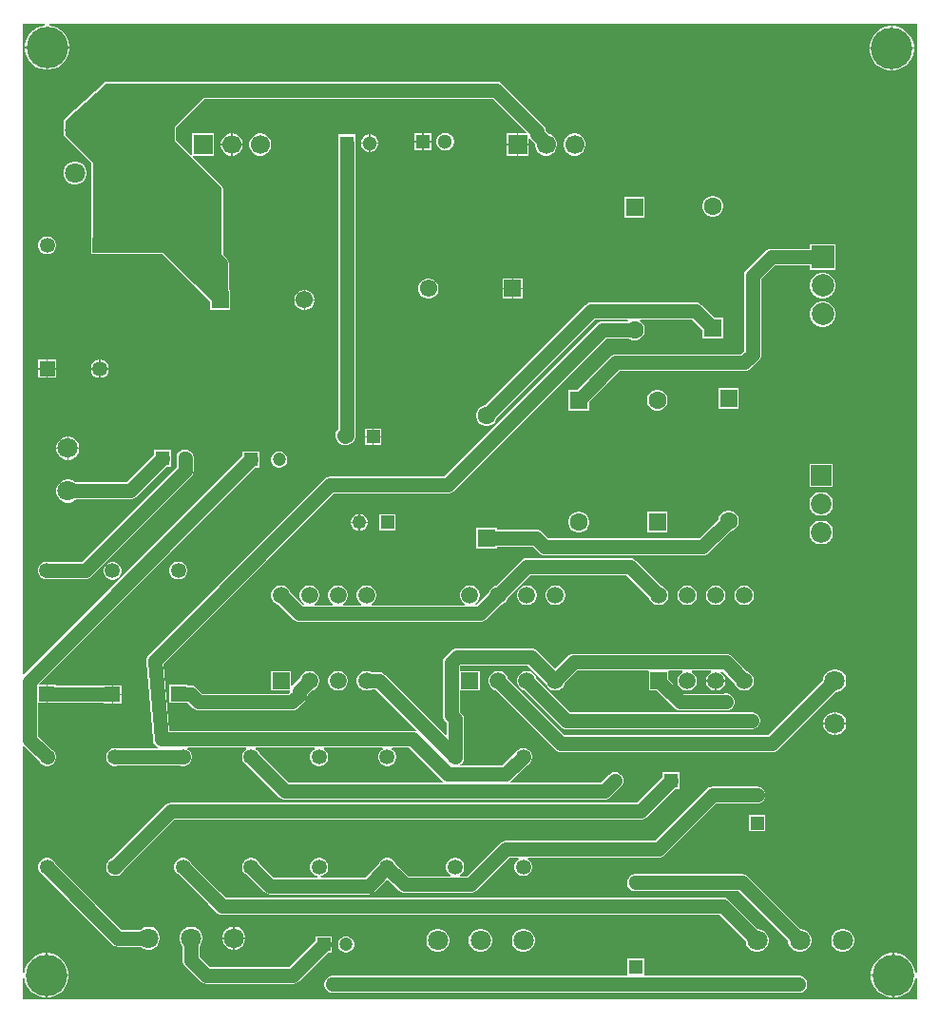
<source format=gbl>
G04*
G04 #@! TF.GenerationSoftware,Altium Limited,Altium Designer,23.4.1 (23)*
G04*
G04 Layer_Physical_Order=2*
G04 Layer_Color=16711680*
%FSLAX44Y44*%
%MOMM*%
G71*
G04*
G04 #@! TF.SameCoordinates,296E2F05-AFD3-44B7-80E4-9C800FA3EDDF*
G04*
G04*
G04 #@! TF.FilePolarity,Positive*
G04*
G01*
G75*
%ADD16C,1.2000*%
%ADD17R,1.2000X1.2000*%
%ADD18R,1.6000X1.6000*%
%ADD19C,1.6000*%
%ADD20R,1.2000X1.2000*%
%ADD22R,1.5500X1.5500*%
%ADD23C,1.5500*%
%ADD31C,1.3500*%
%ADD32R,1.3500X1.3500*%
%ADD33C,2.0000*%
%ADD34R,2.0000X2.0000*%
%ADD35C,1.8500*%
%ADD36R,1.8500X1.8500*%
%ADD37C,1.3000*%
%ADD38R,1.3000X1.3000*%
%ADD42C,1.2500*%
%ADD43C,3.7000*%
%ADD44C,1.8000*%
%ADD45C,1.7000*%
%ADD46R,1.7000X1.7000*%
%ADD47C,1.5000*%
%ADD48R,1.5000X1.5000*%
%ADD49R,1.3000X1.3000*%
%ADD50C,1.2500*%
%ADD51R,1.2500X1.2500*%
%ADD52C,1.2700*%
G36*
X802640Y28534D02*
X801370Y28409D01*
X800695Y31802D01*
X799205Y35400D01*
X797041Y38638D01*
X794288Y41391D01*
X791050Y43555D01*
X787452Y45045D01*
X783632Y45805D01*
X782320D01*
Y26035D01*
Y6265D01*
X783632D01*
X787452Y7025D01*
X791050Y8515D01*
X794288Y10679D01*
X797041Y13432D01*
X799205Y16670D01*
X800695Y20268D01*
X801370Y23661D01*
X802640Y23536D01*
Y4834D01*
X801467Y4348D01*
X801370Y4445D01*
X6350D01*
Y23535D01*
X7620Y23660D01*
X8295Y20268D01*
X9785Y16670D01*
X11949Y13432D01*
X14702Y10679D01*
X17940Y8515D01*
X21538Y7025D01*
X25358Y6265D01*
X26670D01*
Y26035D01*
Y45805D01*
X25358D01*
X21538Y45045D01*
X17940Y43555D01*
X14702Y41391D01*
X11949Y38638D01*
X9785Y35400D01*
X8295Y31802D01*
X7620Y28410D01*
X6350Y28535D01*
Y229517D01*
X7620Y230044D01*
X20682Y216982D01*
X21522Y215526D01*
X23016Y214032D01*
X24844Y212977D01*
X26884Y212430D01*
X28996D01*
X31036Y212977D01*
X32864Y214032D01*
X34358Y215526D01*
X35413Y217355D01*
X35960Y219394D01*
Y221506D01*
X35413Y223546D01*
X34358Y225375D01*
X32864Y226868D01*
X31409Y227708D01*
X19777Y239340D01*
Y267206D01*
X19840Y268450D01*
X21047Y268450D01*
X27225D01*
Y276470D01*
Y284490D01*
X21423D01*
X20896Y285760D01*
X213007Y477870D01*
X216820D01*
Y483041D01*
X216877Y483177D01*
X217135Y485140D01*
X216877Y487103D01*
X216820Y487239D01*
Y492410D01*
X211649D01*
X211513Y492467D01*
X209550Y492725D01*
X207587Y492467D01*
X207451Y492410D01*
X202280D01*
Y488597D01*
X7620Y293937D01*
X6350Y294463D01*
Y873125D01*
X25441D01*
X25566Y871855D01*
X22173Y871180D01*
X18575Y869690D01*
X15337Y867526D01*
X12584Y864773D01*
X10420Y861535D01*
X8930Y857937D01*
X8170Y854117D01*
Y852805D01*
X47710D01*
Y854117D01*
X46950Y857937D01*
X45460Y861535D01*
X43296Y864773D01*
X40543Y867526D01*
X37305Y869690D01*
X33707Y871180D01*
X30314Y871855D01*
X30439Y873125D01*
X802640D01*
Y28534D01*
D02*
G37*
%LPC*%
G36*
X782362Y871305D02*
X781050D01*
Y852170D01*
X800185D01*
Y853482D01*
X799425Y857302D01*
X797935Y860900D01*
X795771Y864138D01*
X793018Y866891D01*
X789780Y869055D01*
X786182Y870545D01*
X782362Y871305D01*
D02*
G37*
G36*
X779780D02*
X778468D01*
X774648Y870545D01*
X771050Y869055D01*
X767812Y866891D01*
X765059Y864138D01*
X762895Y860900D01*
X761405Y857302D01*
X760645Y853482D01*
Y852170D01*
X779780D01*
Y871305D01*
D02*
G37*
G36*
X47710Y851535D02*
X28575D01*
Y832400D01*
X29887D01*
X33707Y833160D01*
X37305Y834650D01*
X40543Y836814D01*
X43296Y839567D01*
X45460Y842805D01*
X46950Y846403D01*
X47710Y850223D01*
Y851535D01*
D02*
G37*
G36*
X27305D02*
X8170D01*
Y850223D01*
X8930Y846403D01*
X10420Y842805D01*
X12584Y839567D01*
X15337Y836814D01*
X18575Y834650D01*
X22173Y833160D01*
X25993Y832400D01*
X27305D01*
Y851535D01*
D02*
G37*
G36*
X800185Y850900D02*
X781050D01*
Y831765D01*
X782362D01*
X786182Y832525D01*
X789780Y834015D01*
X793018Y836179D01*
X795771Y838932D01*
X797935Y842170D01*
X799425Y845768D01*
X800185Y849588D01*
Y850900D01*
D02*
G37*
G36*
X779780D02*
X760645D01*
Y849588D01*
X761405Y845768D01*
X762895Y842170D01*
X765059Y838932D01*
X767812Y836179D01*
X771050Y834015D01*
X774648Y832525D01*
X778468Y831765D01*
X779780D01*
Y850900D01*
D02*
G37*
G36*
X370359Y776079D02*
X363224D01*
Y768944D01*
X370359D01*
Y776079D01*
D02*
G37*
G36*
X361954D02*
X354819D01*
Y768944D01*
X361954D01*
Y776079D01*
D02*
G37*
G36*
X316302Y774809D02*
X315914D01*
Y767674D01*
X323049D01*
Y768062D01*
X322519Y770038D01*
X321497Y771810D01*
X320050Y773257D01*
X318278Y774280D01*
X316302Y774809D01*
D02*
G37*
G36*
X314644D02*
X314256D01*
X312280Y774280D01*
X310508Y773257D01*
X309061Y771810D01*
X308038Y770038D01*
X307509Y768062D01*
Y767674D01*
X314644D01*
Y774809D01*
D02*
G37*
G36*
X446405Y775580D02*
X437270D01*
Y766445D01*
X446405D01*
Y775580D01*
D02*
G37*
G36*
X193695Y775539D02*
X193044D01*
Y766404D01*
X202179D01*
Y767056D01*
X201513Y769540D01*
X200227Y771768D01*
X198408Y773587D01*
X196180Y774873D01*
X193695Y775539D01*
D02*
G37*
G36*
X191774D02*
X191123D01*
X188638Y774873D01*
X186410Y773587D01*
X184591Y771768D01*
X183305Y769540D01*
X182639Y767056D01*
Y766404D01*
X191774D01*
Y775539D01*
D02*
G37*
G36*
X383612Y776079D02*
X381566D01*
X379590Y775550D01*
X377818Y774527D01*
X376371Y773080D01*
X375348Y771308D01*
X374819Y769332D01*
Y767286D01*
X375348Y765310D01*
X376371Y763538D01*
X377818Y762092D01*
X379590Y761069D01*
X381566Y760539D01*
X383612D01*
X385588Y761069D01*
X387360Y762092D01*
X388806Y763538D01*
X389829Y765310D01*
X390359Y767286D01*
Y769332D01*
X389829Y771308D01*
X388806Y773080D01*
X387360Y774527D01*
X385588Y775550D01*
X383612Y776079D01*
D02*
G37*
G36*
X370359Y767674D02*
X363224D01*
Y760539D01*
X370359D01*
Y767674D01*
D02*
G37*
G36*
X361954D02*
X354819D01*
Y760539D01*
X361954D01*
Y767674D01*
D02*
G37*
G36*
X323049Y766404D02*
X315914D01*
Y759269D01*
X316302D01*
X318278Y759799D01*
X320050Y760822D01*
X321497Y762268D01*
X322519Y764040D01*
X323049Y766016D01*
Y766404D01*
D02*
G37*
G36*
X314644D02*
X307509D01*
Y766016D01*
X308038Y764040D01*
X309061Y762268D01*
X310508Y760822D01*
X312280Y759799D01*
X314256Y759269D01*
X314644D01*
Y766404D01*
D02*
G37*
G36*
X499126Y775580D02*
X496554D01*
X494069Y774914D01*
X491841Y773628D01*
X490022Y771809D01*
X488736Y769581D01*
X488070Y767096D01*
Y764524D01*
X488736Y762039D01*
X490022Y759811D01*
X491841Y757992D01*
X494069Y756706D01*
X496554Y756040D01*
X499126D01*
X501611Y756706D01*
X503839Y757992D01*
X505658Y759811D01*
X506944Y762039D01*
X507610Y764524D01*
Y767096D01*
X506944Y769581D01*
X505658Y771809D01*
X503839Y773628D01*
X501611Y774914D01*
X499126Y775580D01*
D02*
G37*
G36*
X180457Y821754D02*
X180457Y821754D01*
X80649D01*
X80192Y821565D01*
X79726Y821398D01*
X43278Y788378D01*
X43262Y788345D01*
X43229Y788331D01*
X43039Y787874D01*
X42828Y787427D01*
X42840Y787393D01*
X42826Y787359D01*
Y781167D01*
X42490Y779912D01*
Y777208D01*
X42826Y775952D01*
Y774210D01*
X43229Y773238D01*
X67345Y749121D01*
Y684050D01*
X66910D01*
Y668010D01*
X82950D01*
Y668445D01*
X130418D01*
X173190Y625673D01*
Y618360D01*
X191230D01*
Y636400D01*
X189795D01*
Y659800D01*
X189795Y659800D01*
X189536Y661763D01*
X188779Y663593D01*
X187573Y665163D01*
X184894Y667843D01*
Y726921D01*
X184491Y727893D01*
X184491Y727893D01*
X157655Y754729D01*
X158181Y755999D01*
X176779D01*
Y775539D01*
X157239D01*
Y756941D01*
X155969Y756415D01*
X142984Y769401D01*
Y780962D01*
X168507Y806485D01*
X425069D01*
X454801Y776753D01*
X454315Y775580D01*
X447675D01*
Y766445D01*
X456810D01*
Y770499D01*
X458080Y770930D01*
X458967Y769774D01*
X462670Y766071D01*
Y764524D01*
X463336Y762039D01*
X464622Y759811D01*
X466441Y757992D01*
X468669Y756706D01*
X471154Y756040D01*
X473726D01*
X476211Y756706D01*
X478439Y757992D01*
X480258Y759811D01*
X481544Y762039D01*
X482210Y764524D01*
Y767096D01*
X481544Y769581D01*
X480258Y771809D01*
X478439Y773628D01*
X476211Y774914D01*
X474939Y775255D01*
X471865Y778329D01*
X471656Y779914D01*
X470899Y781743D01*
X469693Y783314D01*
X433574Y819433D01*
X432003Y820639D01*
X430174Y821396D01*
X428211Y821655D01*
X180696D01*
X180457Y821754D01*
D02*
G37*
G36*
X456810Y765175D02*
X447675D01*
Y756040D01*
X456810D01*
Y765175D01*
D02*
G37*
G36*
X446405D02*
X437270D01*
Y756040D01*
X446405D01*
Y765175D01*
D02*
G37*
G36*
X219095Y775539D02*
X216523D01*
X214038Y774873D01*
X211810Y773587D01*
X209991Y771768D01*
X208705Y769540D01*
X208039Y767056D01*
Y764483D01*
X208705Y761998D01*
X209991Y759770D01*
X211810Y757951D01*
X214038Y756665D01*
X216523Y755999D01*
X219095D01*
X221580Y756665D01*
X223808Y757951D01*
X225627Y759770D01*
X226913Y761998D01*
X227579Y764483D01*
Y767056D01*
X226913Y769540D01*
X225627Y771768D01*
X223808Y773587D01*
X221580Y774873D01*
X219095Y775539D01*
D02*
G37*
G36*
X202179Y765134D02*
X193044D01*
Y755999D01*
X193695D01*
X196180Y756665D01*
X198408Y757951D01*
X200227Y759770D01*
X201513Y761998D01*
X202179Y764483D01*
Y765134D01*
D02*
G37*
G36*
X191774D02*
X182639D01*
Y764483D01*
X183305Y761998D01*
X184591Y759770D01*
X186410Y757951D01*
X188638Y756665D01*
X191123Y755999D01*
X191774D01*
Y765134D01*
D02*
G37*
G36*
X54112Y750730D02*
X51408D01*
X48796Y750030D01*
X46454Y748678D01*
X44542Y746766D01*
X43190Y744424D01*
X42490Y741812D01*
Y739108D01*
X43190Y736496D01*
X44542Y734154D01*
X46454Y732242D01*
X48796Y730890D01*
X51408Y730190D01*
X54112D01*
X56724Y730890D01*
X59066Y732242D01*
X60978Y734154D01*
X62330Y736496D01*
X63030Y739108D01*
Y741812D01*
X62330Y744424D01*
X60978Y746766D01*
X59066Y748678D01*
X56724Y750030D01*
X54112Y750730D01*
D02*
G37*
G36*
X622250Y720240D02*
X619810D01*
X617452Y719608D01*
X615338Y718388D01*
X613612Y716662D01*
X612392Y714548D01*
X611760Y712190D01*
Y709750D01*
X612392Y707392D01*
X613612Y705278D01*
X615338Y703552D01*
X617452Y702332D01*
X619810Y701700D01*
X622250D01*
X624608Y702332D01*
X626722Y703552D01*
X628448Y705278D01*
X629668Y707392D01*
X630300Y709750D01*
Y712190D01*
X629668Y714548D01*
X628448Y716662D01*
X626722Y718388D01*
X624608Y719608D01*
X622250Y720240D01*
D02*
G37*
G36*
X560450Y718970D02*
X541910D01*
Y700430D01*
X560450D01*
Y718970D01*
D02*
G37*
G36*
X28996Y684050D02*
X26884D01*
X24844Y683504D01*
X23016Y682448D01*
X21522Y680955D01*
X20466Y679126D01*
X19920Y677086D01*
Y674974D01*
X20466Y672934D01*
X21522Y671106D01*
X23016Y669613D01*
X24844Y668557D01*
X26884Y668010D01*
X28996D01*
X31036Y668557D01*
X32864Y669613D01*
X34358Y671106D01*
X35413Y672934D01*
X35960Y674974D01*
Y677086D01*
X35413Y679126D01*
X34358Y680955D01*
X32864Y682448D01*
X31036Y683504D01*
X28996Y684050D01*
D02*
G37*
G36*
X730090Y676750D02*
X707550D01*
Y673065D01*
X673100D01*
X671137Y672806D01*
X669308Y672049D01*
X667737Y670843D01*
X651227Y654333D01*
X650021Y652762D01*
X649264Y650933D01*
X649005Y648970D01*
Y581964D01*
X646126Y579085D01*
X534900D01*
X532937Y578826D01*
X531108Y578069D01*
X529537Y576863D01*
X500193Y547520D01*
X492380D01*
Y528980D01*
X510920D01*
Y536793D01*
X538042Y563915D01*
X649268D01*
X651231Y564174D01*
X653060Y564931D01*
X654631Y566137D01*
X661953Y573459D01*
X663159Y575030D01*
X663916Y576859D01*
X664175Y578822D01*
Y645828D01*
X676242Y657895D01*
X707550D01*
Y654210D01*
X730090D01*
Y676750D01*
D02*
G37*
G36*
X451650Y646560D02*
X443265D01*
Y638175D01*
X451650D01*
Y646560D01*
D02*
G37*
G36*
X441995D02*
X433610D01*
Y638175D01*
X441995D01*
Y646560D01*
D02*
G37*
G36*
X720304Y651350D02*
X717336D01*
X714470Y650582D01*
X711900Y649098D01*
X709802Y647000D01*
X708318Y644430D01*
X707550Y641564D01*
Y638596D01*
X708318Y635730D01*
X709802Y633160D01*
X711900Y631062D01*
X714470Y629578D01*
X717336Y628810D01*
X720304D01*
X723170Y629578D01*
X725740Y631062D01*
X727838Y633160D01*
X729322Y635730D01*
X730090Y638596D01*
Y641564D01*
X729322Y644430D01*
X727838Y647000D01*
X725740Y649098D01*
X723170Y650582D01*
X720304Y651350D01*
D02*
G37*
G36*
X451650Y636905D02*
X443265D01*
Y628520D01*
X451650D01*
Y636905D01*
D02*
G37*
G36*
X441995D02*
X433610D01*
Y628520D01*
X441995D01*
Y636905D01*
D02*
G37*
G36*
X368817Y646560D02*
X366442D01*
X364148Y645945D01*
X362092Y644758D01*
X360412Y643078D01*
X359225Y641022D01*
X358610Y638727D01*
Y636353D01*
X359225Y634058D01*
X360412Y632002D01*
X362092Y630322D01*
X364148Y629135D01*
X366442Y628520D01*
X368817D01*
X371111Y629135D01*
X373168Y630322D01*
X374848Y632002D01*
X376035Y634058D01*
X376650Y636353D01*
Y638727D01*
X376035Y641022D01*
X374848Y643078D01*
X373168Y644758D01*
X371111Y645945D01*
X368817Y646560D01*
D02*
G37*
G36*
X258398Y636400D02*
X257845D01*
Y628015D01*
X266230D01*
Y628568D01*
X265615Y630862D01*
X264428Y632918D01*
X262748Y634598D01*
X260692Y635785D01*
X258398Y636400D01*
D02*
G37*
G36*
X256575D02*
X256023D01*
X253729Y635785D01*
X251672Y634598D01*
X249992Y632918D01*
X248805Y630862D01*
X248190Y628568D01*
Y628015D01*
X256575D01*
Y636400D01*
D02*
G37*
G36*
X266230Y626745D02*
X257845D01*
Y618360D01*
X258398D01*
X260692Y618975D01*
X262748Y620162D01*
X264428Y621842D01*
X265615Y623898D01*
X266230Y626193D01*
Y626745D01*
D02*
G37*
G36*
X256575D02*
X248190D01*
Y626193D01*
X248805Y623898D01*
X249992Y621842D01*
X251672Y620162D01*
X253729Y618975D01*
X256023Y618360D01*
X256575D01*
Y626745D01*
D02*
G37*
G36*
X720304Y625950D02*
X717336D01*
X714470Y625182D01*
X711900Y623698D01*
X709802Y621600D01*
X708318Y619030D01*
X707550Y616164D01*
Y613196D01*
X708318Y610330D01*
X709802Y607760D01*
X711900Y605662D01*
X714470Y604178D01*
X717336Y603410D01*
X720304D01*
X723170Y604178D01*
X725740Y605662D01*
X727838Y607760D01*
X729322Y610330D01*
X730090Y613196D01*
Y616164D01*
X729322Y619030D01*
X727838Y621600D01*
X725740Y623698D01*
X723170Y625182D01*
X720304Y625950D01*
D02*
G37*
G36*
X605510Y625315D02*
X512804D01*
X510841Y625057D01*
X509012Y624299D01*
X507441Y623093D01*
X417811Y533463D01*
X415776Y532918D01*
X413662Y531698D01*
X411936Y529972D01*
X410716Y527858D01*
X410084Y525500D01*
Y523060D01*
X410716Y520702D01*
X411936Y518588D01*
X413662Y516862D01*
X415776Y515642D01*
X418134Y515010D01*
X420574D01*
X422932Y515642D01*
X425046Y516862D01*
X426772Y518588D01*
X427992Y520702D01*
X428537Y522737D01*
X515946Y610145D01*
X544935D01*
X545494Y608875D01*
X545174Y608525D01*
X523216D01*
X523216Y608525D01*
X521253Y608267D01*
X519424Y607509D01*
X517853Y606303D01*
X517853Y606303D01*
X381668Y470119D01*
X280162D01*
X280162Y470119D01*
X278199Y469860D01*
X276370Y469103D01*
X274799Y467897D01*
X274799Y467897D01*
X118335Y311433D01*
X118141Y311181D01*
X117906Y310968D01*
X117541Y310399D01*
X117129Y309862D01*
X117008Y309569D01*
X116836Y309302D01*
X116630Y308658D01*
X116371Y308033D01*
X116330Y307718D01*
X116233Y307416D01*
X116201Y306740D01*
X116113Y306070D01*
X116155Y305755D01*
X116139Y305438D01*
X121981Y235588D01*
X122125Y234927D01*
X122213Y234257D01*
X122335Y233963D01*
X122403Y233653D01*
X122712Y233052D01*
X122971Y232428D01*
X123165Y232176D01*
X123310Y231893D01*
X123765Y231393D01*
X124177Y230857D01*
X124429Y230663D01*
X124642Y230428D01*
X125211Y230063D01*
X125748Y229651D01*
X126041Y229530D01*
X126308Y229358D01*
X126474Y229305D01*
X126276Y228035D01*
X91217D01*
X89593Y228470D01*
X87481D01*
X85442Y227924D01*
X83613Y226868D01*
X82120Y225375D01*
X81064Y223546D01*
X80517Y221506D01*
Y219394D01*
X81064Y217355D01*
X82120Y215526D01*
X83613Y214032D01*
X85442Y212977D01*
X87481Y212430D01*
X89593D01*
X91217Y212865D01*
X146454D01*
X148078Y212430D01*
X150190D01*
X152230Y212977D01*
X154059Y214032D01*
X155552Y215526D01*
X156608Y217355D01*
X157154Y219394D01*
Y221506D01*
X156608Y223546D01*
X155552Y225375D01*
X154059Y226868D01*
X153197Y227365D01*
X153537Y228635D01*
X205328D01*
X205668Y227365D01*
X204807Y226868D01*
X203314Y225375D01*
X202258Y223546D01*
X201711Y221506D01*
Y219394D01*
X202258Y217355D01*
X203314Y215526D01*
X204807Y214032D01*
X206263Y213192D01*
X234949Y184506D01*
X236520Y183301D01*
X238349Y182543D01*
X240312Y182285D01*
X240312Y182285D01*
X524279D01*
X526242Y182543D01*
X528072Y183301D01*
X529643Y184506D01*
X539163Y194027D01*
X540368Y195598D01*
X541126Y197427D01*
X541385Y199390D01*
X541126Y201353D01*
X540368Y203182D01*
X539163Y204753D01*
X537592Y205959D01*
X535763Y206716D01*
X533800Y206975D01*
X531837Y206716D01*
X530007Y205959D01*
X528437Y204753D01*
X521138Y197454D01*
X441303D01*
X440872Y198724D01*
X441943Y199547D01*
X455588Y213192D01*
X457044Y214032D01*
X458538Y215526D01*
X459594Y217355D01*
X460140Y219394D01*
Y221506D01*
X459594Y223546D01*
X458538Y225375D01*
X457044Y226868D01*
X455216Y227924D01*
X453176Y228470D01*
X451064D01*
X449024Y227924D01*
X447196Y226868D01*
X445702Y225375D01*
X444862Y223919D01*
X433438Y212495D01*
X396324D01*
X395983Y213765D01*
X396447Y214032D01*
X397940Y215526D01*
X398996Y217355D01*
X399543Y219394D01*
Y221506D01*
X399108Y223130D01*
Y254000D01*
X399108Y254000D01*
X398849Y255963D01*
X398091Y257792D01*
X396886Y259363D01*
X395697Y260553D01*
Y278262D01*
X395725Y279520D01*
X396967Y279520D01*
X413265D01*
Y297060D01*
X395725Y297060D01*
X395697Y298318D01*
Y301404D01*
X396334Y302041D01*
X456217D01*
X472219Y286040D01*
X472523Y284905D01*
X473677Y282905D01*
X475310Y281272D01*
X477310Y280118D01*
X479540Y279520D01*
X481850D01*
X484080Y280118D01*
X486080Y281272D01*
X487713Y282905D01*
X488867Y284905D01*
X489171Y286040D01*
X500347Y297215D01*
X562794D01*
X564000Y297060D01*
X564000Y295945D01*
Y279520D01*
X570813D01*
X586457Y263877D01*
X588028Y262671D01*
X589857Y261914D01*
X591820Y261655D01*
X631326D01*
X631457Y261620D01*
X633463D01*
X635401Y262139D01*
X637139Y263143D01*
X638558Y264561D01*
X639561Y266299D01*
X640080Y268237D01*
Y270243D01*
X639561Y272181D01*
X638558Y273919D01*
X637139Y275338D01*
X635401Y276341D01*
X633463Y276860D01*
X631457D01*
X631326Y276825D01*
X594962D01*
X581540Y290247D01*
X581540Y297060D01*
X582746Y297215D01*
X593549D01*
X593889Y295945D01*
X592785Y295308D01*
X591152Y293675D01*
X589998Y291675D01*
X589400Y289445D01*
Y287135D01*
X589998Y284905D01*
X591152Y282905D01*
X592785Y281272D01*
X594785Y280118D01*
X597015Y279520D01*
X599325D01*
X601555Y280118D01*
X603555Y281272D01*
X605188Y282905D01*
X606342Y284905D01*
X606940Y287135D01*
Y289445D01*
X606342Y291675D01*
X605188Y293675D01*
X603555Y295308D01*
X602451Y295945D01*
X602791Y297215D01*
X618949D01*
X619289Y295945D01*
X618185Y295308D01*
X616552Y293675D01*
X615398Y291675D01*
X614800Y289445D01*
Y288925D01*
X623570D01*
X632340D01*
Y289445D01*
X631742Y291675D01*
X630588Y293675D01*
X628955Y295308D01*
X628120Y295790D01*
X628481Y297046D01*
X629383Y297150D01*
X640494Y286040D01*
X640798Y284905D01*
X641952Y282905D01*
X643585Y281272D01*
X645585Y280118D01*
X647815Y279520D01*
X650125D01*
X652355Y280118D01*
X654355Y281272D01*
X655988Y282905D01*
X657142Y284905D01*
X657740Y287135D01*
Y289445D01*
X657142Y291675D01*
X655988Y293675D01*
X654355Y295308D01*
X652355Y296462D01*
X651220Y296766D01*
X637823Y310163D01*
X636252Y311369D01*
X634423Y312127D01*
X632460Y312385D01*
X497205D01*
X495242Y312127D01*
X493413Y311369D01*
X491842Y310163D01*
X480695Y299017D01*
X464722Y314989D01*
X463151Y316195D01*
X461322Y316952D01*
X459359Y317211D01*
X393192D01*
X391229Y316952D01*
X389400Y316195D01*
X387829Y314989D01*
X382749Y309909D01*
X381543Y308338D01*
X380785Y306509D01*
X380527Y304546D01*
Y257411D01*
X380785Y255448D01*
X381543Y253618D01*
X382749Y252047D01*
X383938Y250858D01*
Y240421D01*
X382765Y239935D01*
X329046Y293653D01*
X327475Y294859D01*
X325646Y295616D01*
X323683Y295875D01*
X316822D01*
X315805Y296462D01*
X313575Y297060D01*
X311265D01*
X309035Y296462D01*
X307035Y295308D01*
X305402Y293675D01*
X304248Y291675D01*
X303650Y289445D01*
Y287135D01*
X304248Y284905D01*
X305402Y282905D01*
X307035Y281272D01*
X309035Y280118D01*
X311265Y279520D01*
X313575D01*
X315805Y280118D01*
X316822Y280705D01*
X320541D01*
X357194Y244052D01*
X356475Y242975D01*
X355096Y243547D01*
X353133Y243805D01*
X136517D01*
X131550Y303195D01*
X283304Y454949D01*
X384810D01*
X386773Y455207D01*
X388602Y455965D01*
X390173Y457171D01*
X526358Y593355D01*
X545777D01*
X547602Y592302D01*
X549960Y591670D01*
X552400D01*
X554758Y592302D01*
X556872Y593522D01*
X558598Y595248D01*
X559818Y597362D01*
X560450Y599720D01*
Y602160D01*
X559818Y604518D01*
X558598Y606632D01*
X556872Y608358D01*
X555976Y608875D01*
X556316Y610145D01*
X602368D01*
X611760Y600753D01*
Y592940D01*
X630300D01*
Y611480D01*
X622487D01*
X610873Y623093D01*
X609302Y624299D01*
X607473Y625057D01*
X605510Y625315D01*
D02*
G37*
G36*
X35960Y574050D02*
X28575D01*
Y566665D01*
X35960D01*
Y574050D01*
D02*
G37*
G36*
X75986D02*
X75565D01*
Y566665D01*
X82950D01*
Y567086D01*
X82403Y569126D01*
X81348Y570954D01*
X79854Y572448D01*
X78026Y573503D01*
X75986Y574050D01*
D02*
G37*
G36*
X74295D02*
X73874D01*
X71834Y573503D01*
X70006Y572448D01*
X68512Y570954D01*
X67456Y569126D01*
X66910Y567086D01*
Y566665D01*
X74295D01*
Y574050D01*
D02*
G37*
G36*
X27305D02*
X19920D01*
Y566665D01*
X27305D01*
Y574050D01*
D02*
G37*
G36*
X82950Y565395D02*
X75565D01*
Y558010D01*
X75986D01*
X78026Y558556D01*
X79854Y559612D01*
X81348Y561105D01*
X82403Y562934D01*
X82950Y564974D01*
Y565395D01*
D02*
G37*
G36*
X74295D02*
X66910D01*
Y564974D01*
X67456Y562934D01*
X68512Y561105D01*
X70006Y559612D01*
X71834Y558556D01*
X73874Y558010D01*
X74295D01*
Y565395D01*
D02*
G37*
G36*
X35960D02*
X28575D01*
Y558010D01*
X35960D01*
Y565395D01*
D02*
G37*
G36*
X27305D02*
X19920D01*
Y558010D01*
X27305D01*
Y565395D01*
D02*
G37*
G36*
X644270Y548790D02*
X625730D01*
Y530250D01*
X644270D01*
Y548790D01*
D02*
G37*
G36*
X572720Y547520D02*
X570280D01*
X567922Y546888D01*
X565808Y545668D01*
X564082Y543942D01*
X562862Y541828D01*
X562230Y539470D01*
Y537029D01*
X562862Y534672D01*
X564082Y532558D01*
X565808Y530832D01*
X567922Y529612D01*
X570280Y528980D01*
X572720D01*
X575078Y529612D01*
X577192Y530832D01*
X578918Y532558D01*
X580138Y534672D01*
X580770Y537029D01*
Y539470D01*
X580138Y541828D01*
X578918Y543942D01*
X577192Y545668D01*
X575078Y546888D01*
X572720Y547520D01*
D02*
G37*
G36*
X325890Y512980D02*
X319005D01*
Y506095D01*
X325890D01*
Y512980D01*
D02*
G37*
G36*
X317735D02*
X310850D01*
Y506095D01*
X317735D01*
Y512980D01*
D02*
G37*
G36*
X325890Y504825D02*
X319005D01*
Y497940D01*
X325890D01*
Y504825D01*
D02*
G37*
G36*
X317735D02*
X310850D01*
Y497940D01*
X317735D01*
Y504825D01*
D02*
G37*
G36*
X303049Y774809D02*
X287509D01*
Y759269D01*
X287694D01*
Y512828D01*
X286737Y512093D01*
X285531Y510522D01*
X284774Y508693D01*
X284515Y506730D01*
X284774Y504767D01*
X285531Y502938D01*
X286737Y501367D01*
X288007Y500097D01*
X288401Y499794D01*
X288753Y499442D01*
X289183Y499194D01*
X289578Y498891D01*
X290037Y498701D01*
X290467Y498452D01*
X290947Y498324D01*
X291407Y498134D01*
X291900Y498069D01*
X292380Y497940D01*
X292877D01*
X293370Y497875D01*
X293863Y497940D01*
X294360D01*
X294840Y498069D01*
X295333Y498134D01*
X295793Y498324D01*
X296273Y498452D01*
X296703Y498701D01*
X297162Y498891D01*
X297557Y499194D01*
X297987Y499442D01*
X298339Y499794D01*
X298404Y499844D01*
X299071Y500121D01*
X300642Y501326D01*
X301848Y502897D01*
X302605Y504726D01*
X302864Y506689D01*
Y759269D01*
X303049D01*
Y774809D01*
D02*
G37*
G36*
X47762Y505620D02*
X47045D01*
Y495985D01*
X56680D01*
Y496702D01*
X55980Y499314D01*
X54628Y501656D01*
X52716Y503568D01*
X50374Y504920D01*
X47762Y505620D01*
D02*
G37*
G36*
X45775D02*
X45058D01*
X42446Y504920D01*
X40104Y503568D01*
X38192Y501656D01*
X36840Y499314D01*
X36140Y496702D01*
Y495985D01*
X45775D01*
Y505620D01*
D02*
G37*
G36*
X56680Y494715D02*
X47045D01*
Y485080D01*
X47762D01*
X50374Y485780D01*
X52716Y487132D01*
X54628Y489044D01*
X55980Y491386D01*
X56680Y493998D01*
Y494715D01*
D02*
G37*
G36*
X45775D02*
X36140D01*
Y493998D01*
X36840Y491386D01*
X38192Y489044D01*
X40104Y487132D01*
X42446Y485780D01*
X45058Y485080D01*
X45775D01*
Y494715D01*
D02*
G37*
G36*
X235507Y492410D02*
X233593D01*
X231744Y491915D01*
X230086Y490957D01*
X228733Y489604D01*
X227776Y487946D01*
X227280Y486097D01*
Y484183D01*
X227776Y482334D01*
X228733Y480676D01*
X230086Y479323D01*
X231744Y478365D01*
X233593Y477870D01*
X235507D01*
X237356Y478365D01*
X239014Y479323D01*
X240368Y480676D01*
X241325Y482334D01*
X241820Y484183D01*
Y486097D01*
X241325Y487946D01*
X240368Y489604D01*
X239014Y490957D01*
X237356Y491915D01*
X235507Y492410D01*
D02*
G37*
G36*
X138740Y494180D02*
X123200D01*
Y489367D01*
X98668Y464835D01*
X53349D01*
X52716Y465468D01*
X50374Y466820D01*
X47762Y467520D01*
X45058D01*
X42446Y466820D01*
X40104Y465468D01*
X38192Y463556D01*
X36840Y461214D01*
X36140Y458602D01*
Y455898D01*
X36840Y453286D01*
X38192Y450944D01*
X40104Y449032D01*
X42446Y447680D01*
X45058Y446980D01*
X47762D01*
X50374Y447680D01*
X52716Y449032D01*
X53349Y449665D01*
X101810D01*
X103773Y449923D01*
X105602Y450681D01*
X107173Y451886D01*
X133927Y478640D01*
X138740D01*
Y494180D01*
D02*
G37*
G36*
X728070Y481690D02*
X707030D01*
Y460650D01*
X728070D01*
Y481690D01*
D02*
G37*
G36*
X718935Y456290D02*
X716165D01*
X713489Y455573D01*
X711091Y454188D01*
X709132Y452229D01*
X707747Y449831D01*
X707030Y447155D01*
Y444385D01*
X707747Y441709D01*
X709132Y439311D01*
X711091Y437352D01*
X713489Y435967D01*
X716165Y435250D01*
X718935D01*
X721611Y435967D01*
X724009Y437352D01*
X725968Y439311D01*
X727353Y441709D01*
X728070Y444385D01*
Y447155D01*
X727353Y449831D01*
X725968Y452229D01*
X724009Y454188D01*
X721611Y455573D01*
X718935Y456290D01*
D02*
G37*
G36*
X307060Y436780D02*
X306705D01*
Y429895D01*
X313590D01*
Y430250D01*
X313078Y432163D01*
X312087Y433877D01*
X310687Y435277D01*
X308973Y436268D01*
X307060Y436780D01*
D02*
G37*
G36*
X305435D02*
X305080D01*
X303167Y436268D01*
X301453Y435277D01*
X300053Y433877D01*
X299062Y432163D01*
X298550Y430250D01*
Y429895D01*
X305435D01*
Y436780D01*
D02*
G37*
G36*
X338590D02*
X323550D01*
Y421740D01*
X338590D01*
Y436780D01*
D02*
G37*
G36*
X313590Y428625D02*
X306705D01*
Y421740D01*
X307060D01*
X308973Y422253D01*
X310687Y423242D01*
X312087Y424643D01*
X313078Y426357D01*
X313590Y428270D01*
Y428625D01*
D02*
G37*
G36*
X305435D02*
X298550D01*
Y428270D01*
X299062Y426357D01*
X300053Y424643D01*
X301453Y423242D01*
X303167Y422253D01*
X305080Y421740D01*
X305435D01*
Y428625D01*
D02*
G37*
G36*
X580770Y438760D02*
X562230D01*
Y420220D01*
X580770D01*
Y438760D01*
D02*
G37*
G36*
X502870D02*
X500430D01*
X498072Y438128D01*
X495958Y436908D01*
X494232Y435182D01*
X493012Y433068D01*
X492380Y430710D01*
Y428270D01*
X493012Y425912D01*
X494232Y423798D01*
X495958Y422072D01*
X498072Y420852D01*
X500430Y420220D01*
X502870D01*
X505228Y420852D01*
X507342Y422072D01*
X509068Y423798D01*
X510288Y425912D01*
X510920Y428270D01*
Y430710D01*
X510288Y433068D01*
X509068Y435182D01*
X507342Y436908D01*
X505228Y438128D01*
X502870Y438760D01*
D02*
G37*
G36*
X636220Y440030D02*
X633780D01*
X631422Y439398D01*
X629308Y438178D01*
X627582Y436452D01*
X626362Y434338D01*
X625816Y432303D01*
X608768Y415255D01*
X474312D01*
X468683Y420883D01*
X467112Y422089D01*
X465283Y422847D01*
X463320Y423105D01*
X428624D01*
Y424790D01*
X410084D01*
Y406250D01*
X428624D01*
Y407935D01*
X460178D01*
X465807Y402307D01*
X467378Y401101D01*
X469207Y400344D01*
X471170Y400085D01*
X611910D01*
X613873Y400344D01*
X615702Y401101D01*
X617273Y402307D01*
X636543Y421577D01*
X638578Y422122D01*
X640692Y423342D01*
X642418Y425068D01*
X643638Y427182D01*
X644270Y429540D01*
Y431981D01*
X643638Y434338D01*
X642418Y436452D01*
X640692Y438178D01*
X638578Y439398D01*
X636220Y440030D01*
D02*
G37*
G36*
X718935Y430890D02*
X716165D01*
X713489Y430173D01*
X711091Y428788D01*
X709132Y426829D01*
X707747Y424431D01*
X707030Y421755D01*
Y418985D01*
X707747Y416309D01*
X709132Y413911D01*
X711091Y411952D01*
X713489Y410567D01*
X716165Y409850D01*
X718935D01*
X721611Y410567D01*
X724009Y411952D01*
X725968Y413911D01*
X727353Y416309D01*
X728070Y418985D01*
Y421755D01*
X727353Y424431D01*
X725968Y426829D01*
X724009Y428788D01*
X721611Y430173D01*
X718935Y430890D01*
D02*
G37*
G36*
X151993Y494180D02*
X149947D01*
X147971Y493651D01*
X146199Y492627D01*
X144752Y491181D01*
X143729Y489409D01*
X143200Y487433D01*
Y485387D01*
X143385Y484696D01*
Y478724D01*
X58716Y394055D01*
X30540D01*
X28916Y394490D01*
X26804D01*
X24764Y393944D01*
X22935Y392888D01*
X21442Y391395D01*
X20386Y389566D01*
X19840Y387526D01*
Y385414D01*
X20386Y383374D01*
X21442Y381546D01*
X22935Y380052D01*
X24764Y378997D01*
X26804Y378450D01*
X28916D01*
X30540Y378885D01*
X61858D01*
X63821Y379144D01*
X65651Y379901D01*
X67221Y381107D01*
X156333Y470219D01*
X157539Y471790D01*
X158296Y473619D01*
X158555Y475582D01*
Y484696D01*
X158740Y485387D01*
Y487433D01*
X158210Y489409D01*
X157188Y491181D01*
X155741Y492627D01*
X153969Y493651D01*
X151993Y494180D01*
D02*
G37*
G36*
X145836Y394490D02*
X143724D01*
X141684Y393944D01*
X139856Y392888D01*
X138362Y391395D01*
X137306Y389566D01*
X136760Y387526D01*
Y385414D01*
X137306Y383374D01*
X138362Y381546D01*
X139856Y380052D01*
X141684Y378997D01*
X143724Y378450D01*
X145836D01*
X147876Y378997D01*
X149704Y380052D01*
X151198Y381546D01*
X152254Y383374D01*
X152800Y385414D01*
Y387526D01*
X152254Y389566D01*
X151198Y391395D01*
X149704Y392888D01*
X147876Y393944D01*
X145836Y394490D01*
D02*
G37*
G36*
X87376Y394100D02*
X85264D01*
X83224Y393554D01*
X81396Y392498D01*
X79902Y391004D01*
X78846Y389176D01*
X78300Y387136D01*
Y385024D01*
X78846Y382984D01*
X79902Y381156D01*
X81396Y379662D01*
X83224Y378606D01*
X85264Y378060D01*
X87376D01*
X89416Y378606D01*
X91244Y379662D01*
X92738Y381156D01*
X93793Y382984D01*
X94340Y385024D01*
Y387136D01*
X93793Y389176D01*
X92738Y391004D01*
X91244Y392498D01*
X89416Y393554D01*
X87376Y394100D01*
D02*
G37*
G36*
X650125Y373260D02*
X647815D01*
X645585Y372662D01*
X643585Y371508D01*
X641952Y369875D01*
X640798Y367875D01*
X640200Y365645D01*
Y363335D01*
X640798Y361105D01*
X641952Y359105D01*
X643585Y357472D01*
X645585Y356318D01*
X647815Y355720D01*
X650125D01*
X652355Y356318D01*
X654355Y357472D01*
X655988Y359105D01*
X657142Y361105D01*
X657740Y363335D01*
Y365645D01*
X657142Y367875D01*
X655988Y369875D01*
X654355Y371508D01*
X652355Y372662D01*
X650125Y373260D01*
D02*
G37*
G36*
X624725D02*
X622415D01*
X620185Y372662D01*
X618185Y371508D01*
X616552Y369875D01*
X615398Y367875D01*
X614800Y365645D01*
Y363335D01*
X615398Y361105D01*
X616552Y359105D01*
X618185Y357472D01*
X620185Y356318D01*
X622415Y355720D01*
X624725D01*
X626955Y356318D01*
X628955Y357472D01*
X630588Y359105D01*
X631742Y361105D01*
X632340Y363335D01*
Y365645D01*
X631742Y367875D01*
X630588Y369875D01*
X628955Y371508D01*
X626955Y372662D01*
X624725Y373260D01*
D02*
G37*
G36*
X599325D02*
X597015D01*
X594785Y372662D01*
X592785Y371508D01*
X591152Y369875D01*
X589998Y367875D01*
X589400Y365645D01*
Y363335D01*
X589998Y361105D01*
X591152Y359105D01*
X592785Y357472D01*
X594785Y356318D01*
X597015Y355720D01*
X599325D01*
X601555Y356318D01*
X603555Y357472D01*
X605188Y359105D01*
X606342Y361105D01*
X606940Y363335D01*
Y365645D01*
X606342Y367875D01*
X605188Y369875D01*
X603555Y371508D01*
X601555Y372662D01*
X599325Y373260D01*
D02*
G37*
G36*
X455295Y397475D02*
X453332Y397216D01*
X451503Y396459D01*
X449932Y395253D01*
X427645Y372966D01*
X426510Y372662D01*
X424510Y371508D01*
X422877Y369875D01*
X421723Y367875D01*
X421419Y366740D01*
X410308Y355630D01*
X409406Y355734D01*
X409045Y356990D01*
X409880Y357472D01*
X411513Y359105D01*
X412667Y361105D01*
X413265Y363335D01*
Y365645D01*
X412667Y367875D01*
X411513Y369875D01*
X409880Y371508D01*
X407880Y372662D01*
X405650Y373260D01*
X403340D01*
X401110Y372662D01*
X399110Y371508D01*
X397477Y369875D01*
X396323Y367875D01*
X395725Y365645D01*
Y363335D01*
X396323Y361105D01*
X397477Y359105D01*
X399110Y357472D01*
X400214Y356835D01*
X399874Y355565D01*
X317041D01*
X316701Y356835D01*
X317805Y357472D01*
X319438Y359105D01*
X320592Y361105D01*
X321190Y363335D01*
Y365645D01*
X320592Y367875D01*
X319438Y369875D01*
X317805Y371508D01*
X315805Y372662D01*
X313575Y373260D01*
X311265D01*
X309035Y372662D01*
X307035Y371508D01*
X305402Y369875D01*
X304248Y367875D01*
X303650Y365645D01*
Y363335D01*
X304248Y361105D01*
X305402Y359105D01*
X307035Y357472D01*
X308139Y356835D01*
X307799Y355565D01*
X291641D01*
X291301Y356835D01*
X292405Y357472D01*
X294038Y359105D01*
X295192Y361105D01*
X295790Y363335D01*
Y365645D01*
X295192Y367875D01*
X294038Y369875D01*
X292405Y371508D01*
X290405Y372662D01*
X288175Y373260D01*
X285865D01*
X283635Y372662D01*
X281635Y371508D01*
X280002Y369875D01*
X278848Y367875D01*
X278250Y365645D01*
Y363335D01*
X278848Y361105D01*
X280002Y359105D01*
X281635Y357472D01*
X282739Y356835D01*
X282399Y355565D01*
X266241D01*
X265901Y356835D01*
X267005Y357472D01*
X268638Y359105D01*
X269792Y361105D01*
X270390Y363335D01*
Y365645D01*
X269792Y367875D01*
X268638Y369875D01*
X267005Y371508D01*
X265005Y372662D01*
X262775Y373260D01*
X260465D01*
X258235Y372662D01*
X256235Y371508D01*
X254602Y369875D01*
X253448Y367875D01*
X252850Y365645D01*
Y363335D01*
X253448Y361105D01*
X254602Y359105D01*
X256235Y357472D01*
X257070Y356990D01*
X256709Y355734D01*
X255807Y355630D01*
X244696Y366740D01*
X244392Y367875D01*
X243238Y369875D01*
X241605Y371508D01*
X239605Y372662D01*
X237375Y373260D01*
X235065D01*
X232835Y372662D01*
X230835Y371508D01*
X229202Y369875D01*
X228048Y367875D01*
X227450Y365645D01*
Y363335D01*
X228048Y361105D01*
X229202Y359105D01*
X230835Y357472D01*
X232835Y356318D01*
X233970Y356014D01*
X247367Y342617D01*
X248938Y341411D01*
X250767Y340653D01*
X252730Y340395D01*
X413385D01*
X415348Y340653D01*
X417177Y341411D01*
X418748Y342617D01*
X432145Y356014D01*
X433280Y356318D01*
X435280Y357472D01*
X436913Y359105D01*
X438067Y361105D01*
X438371Y362240D01*
X458437Y382305D01*
X544228D01*
X564294Y362240D01*
X564598Y361105D01*
X565752Y359105D01*
X567385Y357472D01*
X569385Y356318D01*
X571615Y355720D01*
X573925D01*
X576155Y356318D01*
X578155Y357472D01*
X579788Y359105D01*
X580942Y361105D01*
X581540Y363335D01*
Y365645D01*
X580942Y367875D01*
X579788Y369875D01*
X578155Y371508D01*
X576155Y372662D01*
X575020Y372966D01*
X552733Y395253D01*
X551162Y396459D01*
X549333Y397216D01*
X547370Y397475D01*
X455295D01*
X455295Y397475D01*
D02*
G37*
G36*
X481850Y373260D02*
X479540D01*
X477310Y372662D01*
X475310Y371508D01*
X473677Y369875D01*
X472523Y367875D01*
X471925Y365645D01*
Y363335D01*
X472523Y361105D01*
X473677Y359105D01*
X475310Y357472D01*
X477310Y356318D01*
X479540Y355720D01*
X481850D01*
X484080Y356318D01*
X486080Y357472D01*
X487713Y359105D01*
X488867Y361105D01*
X489465Y363335D01*
Y365645D01*
X488867Y367875D01*
X487713Y369875D01*
X486080Y371508D01*
X484080Y372662D01*
X481850Y373260D01*
D02*
G37*
G36*
X456450D02*
X454140D01*
X451910Y372662D01*
X449910Y371508D01*
X448277Y369875D01*
X447123Y367875D01*
X446525Y365645D01*
Y363335D01*
X447123Y361105D01*
X448277Y359105D01*
X449910Y357472D01*
X451910Y356318D01*
X454140Y355720D01*
X456450D01*
X458680Y356318D01*
X460680Y357472D01*
X462313Y359105D01*
X463467Y361105D01*
X464065Y363335D01*
Y365645D01*
X463467Y367875D01*
X462313Y369875D01*
X460680Y371508D01*
X458680Y372662D01*
X456450Y373260D01*
D02*
G37*
G36*
X262775Y297060D02*
X260465D01*
X258235Y296462D01*
X256235Y295308D01*
X254602Y293675D01*
X253448Y291675D01*
X253144Y290540D01*
X247113Y284509D01*
X246260Y283398D01*
X244990Y283829D01*
Y297060D01*
X227450D01*
Y279520D01*
X243883D01*
X244409Y278250D01*
X242984Y276825D01*
X166328D01*
X161319Y281833D01*
X159748Y283039D01*
X157919Y283796D01*
X155956Y284055D01*
X152800D01*
Y284490D01*
X136760D01*
Y268450D01*
X152800D01*
X153830Y267869D01*
X157823Y263877D01*
X159393Y262671D01*
X161223Y261914D01*
X163186Y261655D01*
X246126D01*
X248089Y261914D01*
X249918Y262671D01*
X251489Y263877D01*
X257839Y270227D01*
X259045Y271798D01*
X259802Y273627D01*
X260061Y275590D01*
Y276004D01*
X263870Y279814D01*
X265005Y280118D01*
X267005Y281272D01*
X268638Y282905D01*
X269792Y284905D01*
X270390Y287135D01*
Y289445D01*
X269792Y291675D01*
X268638Y293675D01*
X267005Y295308D01*
X265005Y296462D01*
X262775Y297060D01*
D02*
G37*
G36*
X632340Y287655D02*
X624205D01*
Y279520D01*
X624725D01*
X626955Y280118D01*
X628955Y281272D01*
X630588Y282905D01*
X631742Y284905D01*
X632340Y287135D01*
Y287655D01*
D02*
G37*
G36*
X622935D02*
X614800D01*
Y287135D01*
X615398Y284905D01*
X616552Y282905D01*
X618185Y281272D01*
X620185Y280118D01*
X622415Y279520D01*
X622935D01*
Y287655D01*
D02*
G37*
G36*
X288175Y297060D02*
X285865D01*
X283635Y296462D01*
X281635Y295308D01*
X280002Y293675D01*
X278848Y291675D01*
X278250Y289445D01*
Y287135D01*
X278848Y284905D01*
X280002Y282905D01*
X281635Y281272D01*
X283635Y280118D01*
X285865Y279520D01*
X288175D01*
X290405Y280118D01*
X292405Y281272D01*
X294038Y282905D01*
X295192Y284905D01*
X295790Y287135D01*
Y289445D01*
X295192Y291675D01*
X294038Y293675D01*
X292405Y295308D01*
X290405Y296462D01*
X288175Y297060D01*
D02*
G37*
G36*
X94340Y284100D02*
X86955D01*
Y276715D01*
X94340D01*
Y284100D01*
D02*
G37*
G36*
Y275445D02*
X86955D01*
Y268060D01*
X94340D01*
Y275445D01*
D02*
G37*
G36*
X35880Y284490D02*
X28495D01*
Y276470D01*
Y268450D01*
X35880D01*
Y268885D01*
X72513D01*
X72831Y268753D01*
X74794Y268495D01*
X78300D01*
Y268060D01*
X85685D01*
Y276080D01*
Y284100D01*
X78300D01*
Y283665D01*
X76685D01*
X76367Y283796D01*
X74404Y284055D01*
X35880D01*
Y284490D01*
D02*
G37*
G36*
X731022Y260510D02*
X730305D01*
Y250875D01*
X739940D01*
Y251592D01*
X739240Y254204D01*
X737888Y256546D01*
X735976Y258458D01*
X733634Y259810D01*
X731022Y260510D01*
D02*
G37*
G36*
X729035D02*
X728318D01*
X725706Y259810D01*
X723364Y258458D01*
X721452Y256546D01*
X720100Y254204D01*
X719400Y251592D01*
Y250875D01*
X729035D01*
Y260510D01*
D02*
G37*
G36*
X456450Y297060D02*
X454140D01*
X451910Y296462D01*
X449910Y295308D01*
X448277Y293675D01*
X447123Y291675D01*
X446525Y289445D01*
Y287135D01*
X447123Y284905D01*
X448277Y282905D01*
X449910Y281272D01*
X451910Y280118D01*
X453045Y279814D01*
X485492Y247367D01*
X487063Y246161D01*
X488892Y245403D01*
X490855Y245145D01*
X654186D01*
X654317Y245110D01*
X656323D01*
X658261Y245629D01*
X659999Y246632D01*
X661417Y248051D01*
X662421Y249789D01*
X662940Y251727D01*
Y253733D01*
X662421Y255671D01*
X661417Y257409D01*
X659999Y258827D01*
X658261Y259831D01*
X656323Y260350D01*
X654317D01*
X654186Y260315D01*
X493997D01*
X463771Y290540D01*
X463467Y291675D01*
X462313Y293675D01*
X460680Y295308D01*
X458680Y296462D01*
X456450Y297060D01*
D02*
G37*
G36*
X731022Y298610D02*
X728318D01*
X725706Y297910D01*
X723364Y296558D01*
X721452Y294646D01*
X720100Y292304D01*
X719400Y289692D01*
Y288797D01*
X670598Y239995D01*
X488917D01*
X438371Y290540D01*
X438067Y291675D01*
X436913Y293675D01*
X435280Y295308D01*
X433280Y296462D01*
X431050Y297060D01*
X428740D01*
X426510Y296462D01*
X424510Y295308D01*
X422877Y293675D01*
X421723Y291675D01*
X421125Y289445D01*
Y287135D01*
X421723Y284905D01*
X422877Y282905D01*
X424510Y281272D01*
X426510Y280118D01*
X427645Y279814D01*
X480412Y227047D01*
X481983Y225841D01*
X483812Y225084D01*
X485775Y224825D01*
X673740D01*
X675703Y225084D01*
X677532Y225841D01*
X679103Y227047D01*
X730127Y278070D01*
X731022D01*
X733634Y278770D01*
X735976Y280122D01*
X737888Y282034D01*
X739240Y284376D01*
X739940Y286988D01*
Y289692D01*
X739240Y292304D01*
X737888Y294646D01*
X735976Y296558D01*
X733634Y297910D01*
X731022Y298610D01*
D02*
G37*
G36*
X739940Y249605D02*
X730305D01*
Y239970D01*
X731022D01*
X733634Y240670D01*
X735976Y242022D01*
X737888Y243934D01*
X739240Y246276D01*
X739940Y248888D01*
Y249605D01*
D02*
G37*
G36*
X729035D02*
X719400D01*
Y248888D01*
X720100Y246276D01*
X721452Y243934D01*
X723364Y242022D01*
X725706Y240670D01*
X728318Y239970D01*
X729035D01*
Y249605D01*
D02*
G37*
G36*
X667670Y168760D02*
X653130D01*
Y154220D01*
X667670D01*
Y168760D01*
D02*
G37*
G36*
X660400Y194075D02*
X620830D01*
X618867Y193816D01*
X617037Y193059D01*
X615466Y191853D01*
X569374Y145761D01*
X436626D01*
X434663Y145503D01*
X432834Y144745D01*
X431263Y143539D01*
X401988Y114265D01*
X395925D01*
X395585Y115535D01*
X396447Y116033D01*
X397940Y117526D01*
X398996Y119355D01*
X399543Y121395D01*
Y123506D01*
X398996Y125546D01*
X397940Y127375D01*
X396447Y128868D01*
X394618Y129924D01*
X392579Y130470D01*
X390467D01*
X388427Y129924D01*
X386598Y128868D01*
X385105Y127375D01*
X384049Y125546D01*
X383503Y123506D01*
Y121395D01*
X384049Y119355D01*
X385105Y117526D01*
X386598Y116033D01*
X387461Y115535D01*
X387120Y114265D01*
X349838D01*
X338184Y125918D01*
X337343Y127374D01*
X335850Y128868D01*
X334021Y129923D01*
X331982Y130470D01*
X329870D01*
X327830Y129923D01*
X326002Y128868D01*
X324508Y127374D01*
X323668Y125918D01*
X310998Y113249D01*
X271884D01*
X271717Y114519D01*
X273424Y114976D01*
X275253Y116032D01*
X276746Y117525D01*
X277802Y119354D01*
X278349Y121394D01*
Y123506D01*
X277802Y125545D01*
X276746Y127374D01*
X275253Y128868D01*
X273424Y129923D01*
X271385Y130470D01*
X269273D01*
X267233Y129923D01*
X265404Y128868D01*
X263911Y127374D01*
X262855Y125545D01*
X262309Y123506D01*
Y121394D01*
X262855Y119354D01*
X263911Y117525D01*
X265404Y116032D01*
X267233Y114976D01*
X268940Y114519D01*
X268773Y113249D01*
X229659D01*
X216989Y125918D01*
X216149Y127374D01*
X214656Y128868D01*
X212827Y129923D01*
X210787Y130470D01*
X208675D01*
X206636Y129923D01*
X204807Y128868D01*
X203314Y127374D01*
X202258Y125545D01*
X201711Y123506D01*
Y121394D01*
X202258Y119354D01*
X203314Y117525D01*
X204807Y116032D01*
X206263Y115192D01*
X221154Y100301D01*
X222725Y99095D01*
X224554Y98337D01*
X226517Y98079D01*
X314140D01*
X316103Y98337D01*
X317932Y99095D01*
X319503Y100301D01*
X330926Y111723D01*
X341332Y101317D01*
X342903Y100111D01*
X344733Y99354D01*
X346696Y99095D01*
X346696Y99095D01*
X405130D01*
X407093Y99354D01*
X408922Y100111D01*
X410493Y101317D01*
X439768Y130591D01*
X447641D01*
X447981Y129321D01*
X447196Y128868D01*
X445702Y127374D01*
X444646Y125545D01*
X444100Y123506D01*
Y121394D01*
X444646Y119354D01*
X445702Y117525D01*
X447196Y116032D01*
X449024Y114976D01*
X451064Y114430D01*
X453176D01*
X455216Y114976D01*
X457044Y116032D01*
X458538Y117525D01*
X459594Y119354D01*
X460140Y121394D01*
Y123506D01*
X459594Y125545D01*
X458538Y127374D01*
X457044Y128868D01*
X456259Y129321D01*
X456599Y130591D01*
X572516D01*
X574479Y130850D01*
X576308Y131607D01*
X577879Y132813D01*
X623972Y178905D01*
X660400D01*
X662363Y179163D01*
X664192Y179921D01*
X665763Y181126D01*
X666969Y182697D01*
X667727Y184527D01*
X667985Y186490D01*
X667727Y188453D01*
X666969Y190282D01*
X665763Y191853D01*
X664192Y193059D01*
X662363Y193816D01*
X660400Y194075D01*
D02*
G37*
G36*
X583800Y206975D02*
X581837Y206716D01*
X581700Y206660D01*
X576530D01*
Y202847D01*
X553226Y179543D01*
X138045D01*
X136082Y179284D01*
X134253Y178527D01*
X132682Y177321D01*
X85069Y129708D01*
X83613Y128868D01*
X82120Y127374D01*
X81064Y125545D01*
X80517Y123506D01*
Y121394D01*
X81064Y119354D01*
X82120Y117525D01*
X83613Y116032D01*
X85442Y114976D01*
X87481Y114430D01*
X89593D01*
X91633Y114976D01*
X93462Y116032D01*
X94955Y117525D01*
X95795Y118981D01*
X141187Y164373D01*
X556368D01*
X558331Y164632D01*
X560160Y165389D01*
X561731Y166595D01*
X587256Y192120D01*
X591070D01*
Y197291D01*
X591126Y197427D01*
X591385Y199390D01*
X591126Y201353D01*
X591070Y201489D01*
Y206660D01*
X585899D01*
X585763Y206716D01*
X583800Y206975D01*
D02*
G37*
G36*
X195762Y69270D02*
X195045D01*
Y59635D01*
X204680D01*
Y60352D01*
X203980Y62964D01*
X202628Y65306D01*
X200716Y67218D01*
X198374Y68570D01*
X195762Y69270D01*
D02*
G37*
G36*
X193775D02*
X193058D01*
X190446Y68570D01*
X188104Y67218D01*
X186192Y65306D01*
X184840Y62964D01*
X184140Y60352D01*
Y59635D01*
X193775D01*
Y69270D01*
D02*
G37*
G36*
X204680Y58365D02*
X195045D01*
Y48730D01*
X195762D01*
X198374Y49430D01*
X200716Y50782D01*
X202628Y52694D01*
X203980Y55036D01*
X204680Y57648D01*
Y58365D01*
D02*
G37*
G36*
X193775D02*
X184140D01*
Y57648D01*
X184840Y55036D01*
X186192Y52694D01*
X188104Y50782D01*
X190446Y49430D01*
X193058Y48730D01*
X193775D01*
Y58365D01*
D02*
G37*
G36*
X28996Y130470D02*
X26884D01*
X24844Y129923D01*
X23016Y128868D01*
X21522Y127374D01*
X20466Y125545D01*
X19920Y123506D01*
Y121394D01*
X20466Y119354D01*
X21522Y117525D01*
X23016Y116032D01*
X24471Y115192D01*
X86026Y53637D01*
X87597Y52431D01*
X89427Y51674D01*
X91390Y51415D01*
X111271D01*
X111904Y50782D01*
X114246Y49430D01*
X116858Y48730D01*
X119562D01*
X122174Y49430D01*
X124516Y50782D01*
X126428Y52694D01*
X127780Y55036D01*
X128480Y57648D01*
Y60352D01*
X127780Y62964D01*
X126428Y65306D01*
X124516Y67218D01*
X122174Y68570D01*
X119562Y69270D01*
X116858D01*
X114246Y68570D01*
X111904Y67218D01*
X111271Y66585D01*
X94531D01*
X35198Y125918D01*
X34358Y127374D01*
X32864Y128868D01*
X31036Y129923D01*
X28996Y130470D01*
D02*
G37*
G36*
X738052Y67420D02*
X735348D01*
X732736Y66720D01*
X730394Y65368D01*
X728482Y63456D01*
X727130Y61114D01*
X726430Y58502D01*
Y55798D01*
X727130Y53186D01*
X728482Y50844D01*
X730394Y48932D01*
X732736Y47580D01*
X735348Y46880D01*
X738052D01*
X740664Y47580D01*
X743006Y48932D01*
X744918Y50844D01*
X746270Y53186D01*
X746970Y55798D01*
Y58502D01*
X746270Y61114D01*
X744918Y63456D01*
X743006Y65368D01*
X740664Y66720D01*
X738052Y67420D01*
D02*
G37*
G36*
X553473Y116390D02*
X551427D01*
X549451Y115861D01*
X547679Y114838D01*
X546232Y113391D01*
X545210Y111619D01*
X544680Y109643D01*
Y107597D01*
X545210Y105621D01*
X546232Y103849D01*
X547679Y102402D01*
X549451Y101380D01*
X551427Y100850D01*
X553473D01*
X554164Y101035D01*
X643888D01*
X688230Y56693D01*
Y55798D01*
X688930Y53186D01*
X690282Y50844D01*
X692194Y48932D01*
X694536Y47580D01*
X697148Y46880D01*
X699852D01*
X702464Y47580D01*
X704806Y48932D01*
X706718Y50844D01*
X708070Y53186D01*
X708770Y55798D01*
Y58502D01*
X708070Y61114D01*
X706718Y63456D01*
X704806Y65368D01*
X702464Y66720D01*
X699852Y67420D01*
X698957D01*
X652393Y113983D01*
X650822Y115189D01*
X648993Y115947D01*
X647030Y116205D01*
X554164D01*
X553473Y116390D01*
D02*
G37*
G36*
X150190Y130470D02*
X148078D01*
X146039Y129923D01*
X144210Y128868D01*
X142717Y127374D01*
X141661Y125545D01*
X141114Y123506D01*
Y121394D01*
X141661Y119354D01*
X142717Y117525D01*
X144210Y116032D01*
X145666Y115192D01*
X171218Y89639D01*
X171257Y89589D01*
X178579Y82267D01*
X180150Y81061D01*
X181979Y80303D01*
X183942Y80045D01*
X626878D01*
X650230Y56693D01*
Y55798D01*
X650930Y53186D01*
X652282Y50844D01*
X654194Y48932D01*
X656536Y47580D01*
X659148Y46880D01*
X661852D01*
X664464Y47580D01*
X666806Y48932D01*
X668718Y50844D01*
X670070Y53186D01*
X670770Y55798D01*
Y58502D01*
X670070Y61114D01*
X668718Y63456D01*
X666806Y65368D01*
X664464Y66720D01*
X661852Y67420D01*
X660957D01*
X635383Y92993D01*
X633812Y94199D01*
X631983Y94957D01*
X630020Y95215D01*
X187084D01*
X182022Y100277D01*
X181983Y100327D01*
X156392Y125918D01*
X155552Y127374D01*
X154059Y128868D01*
X152230Y129923D01*
X150190Y130470D01*
D02*
G37*
G36*
X453572Y67420D02*
X450868D01*
X448256Y66720D01*
X445914Y65368D01*
X444002Y63456D01*
X442650Y61114D01*
X441950Y58502D01*
Y55798D01*
X442650Y53186D01*
X444002Y50844D01*
X445914Y48932D01*
X448256Y47580D01*
X450868Y46880D01*
X453572D01*
X456184Y47580D01*
X458526Y48932D01*
X460438Y50844D01*
X461790Y53186D01*
X462490Y55798D01*
Y58502D01*
X461790Y61114D01*
X460438Y63456D01*
X458526Y65368D01*
X456184Y66720D01*
X453572Y67420D01*
D02*
G37*
G36*
X415372D02*
X412668D01*
X410056Y66720D01*
X407714Y65368D01*
X405802Y63456D01*
X404450Y61114D01*
X403750Y58502D01*
Y55798D01*
X404450Y53186D01*
X405802Y50844D01*
X407714Y48932D01*
X410056Y47580D01*
X412668Y46880D01*
X415372D01*
X417984Y47580D01*
X420326Y48932D01*
X422238Y50844D01*
X423590Y53186D01*
X424290Y55798D01*
Y58502D01*
X423590Y61114D01*
X422238Y63456D01*
X420326Y65368D01*
X417984Y66720D01*
X415372Y67420D01*
D02*
G37*
G36*
X377372D02*
X374668D01*
X372056Y66720D01*
X369714Y65368D01*
X367802Y63456D01*
X366450Y61114D01*
X365750Y58502D01*
Y55798D01*
X366450Y53186D01*
X367802Y50844D01*
X369714Y48932D01*
X372056Y47580D01*
X374668Y46880D01*
X377372D01*
X379984Y47580D01*
X382326Y48932D01*
X384238Y50844D01*
X385590Y53186D01*
X386290Y55798D01*
Y58502D01*
X385590Y61114D01*
X384238Y63456D01*
X382326Y65368D01*
X379984Y66720D01*
X377372Y67420D01*
D02*
G37*
G36*
X295277Y60610D02*
X293363D01*
X291514Y60115D01*
X289856Y59157D01*
X288503Y57804D01*
X287545Y56146D01*
X287050Y54297D01*
Y52383D01*
X287545Y50534D01*
X288503Y48876D01*
X289856Y47523D01*
X291514Y46565D01*
X293363Y46070D01*
X295277D01*
X297126Y46565D01*
X298784Y47523D01*
X300137Y48876D01*
X301094Y50534D01*
X301590Y52383D01*
Y54297D01*
X301094Y56146D01*
X300137Y57804D01*
X298784Y59157D01*
X297126Y60115D01*
X295277Y60610D01*
D02*
G37*
G36*
X781050Y45805D02*
X779738D01*
X775918Y45045D01*
X772320Y43555D01*
X769082Y41391D01*
X766329Y38638D01*
X764165Y35400D01*
X762675Y31802D01*
X761915Y27982D01*
Y26670D01*
X781050D01*
Y45805D01*
D02*
G37*
G36*
X29252D02*
X27940D01*
Y26670D01*
X47075D01*
Y27982D01*
X46315Y31802D01*
X44825Y35400D01*
X42661Y38638D01*
X39908Y41391D01*
X36670Y43555D01*
X33072Y45045D01*
X29252Y45805D01*
D02*
G37*
G36*
X560220Y41390D02*
X544680D01*
X544680Y25850D01*
X543506Y25619D01*
X283836D01*
X283705Y25654D01*
X281699D01*
X279761Y25135D01*
X278023Y24132D01*
X276604Y22713D01*
X275601Y20975D01*
X275082Y19037D01*
Y17031D01*
X275601Y15093D01*
X276604Y13355D01*
X278023Y11937D01*
X279761Y10933D01*
X281699Y10414D01*
X283705D01*
X283836Y10449D01*
X696450D01*
X696581Y10414D01*
X698587D01*
X700525Y10933D01*
X702263Y11937D01*
X703682Y13355D01*
X704685Y15093D01*
X705204Y17031D01*
Y19037D01*
X704685Y20975D01*
X703682Y22713D01*
X702263Y24132D01*
X700525Y25135D01*
X698587Y25654D01*
X696581D01*
X696450Y25619D01*
X561394D01*
X560220Y25850D01*
X560220Y26889D01*
Y41390D01*
D02*
G37*
G36*
X157562Y69270D02*
X154858D01*
X152246Y68570D01*
X149904Y67218D01*
X147992Y65306D01*
X146640Y62964D01*
X145940Y60352D01*
Y57648D01*
X146640Y55036D01*
X147992Y52694D01*
X148625Y52061D01*
Y39660D01*
X148883Y37696D01*
X149641Y35867D01*
X150847Y34296D01*
X164337Y20806D01*
X165907Y19601D01*
X167737Y18843D01*
X169700Y18585D01*
X247150D01*
X249113Y18843D01*
X250942Y19601D01*
X252513Y20806D01*
X277777Y46070D01*
X281590D01*
Y51241D01*
X281646Y51377D01*
X281905Y53340D01*
X281646Y55303D01*
X281590Y55439D01*
Y60610D01*
X276419D01*
X276283Y60666D01*
X274320Y60925D01*
X272357Y60666D01*
X272221Y60610D01*
X267050D01*
Y56797D01*
X244008Y33754D01*
X172842D01*
X163795Y42801D01*
Y52061D01*
X164428Y52694D01*
X165780Y55036D01*
X166480Y57648D01*
Y60352D01*
X165780Y62964D01*
X164428Y65306D01*
X162516Y67218D01*
X160174Y68570D01*
X157562Y69270D01*
D02*
G37*
G36*
X781050Y25400D02*
X761915D01*
Y24088D01*
X762675Y20268D01*
X764165Y16670D01*
X766329Y13432D01*
X769082Y10679D01*
X772320Y8515D01*
X775918Y7025D01*
X779738Y6265D01*
X781050D01*
Y25400D01*
D02*
G37*
G36*
X47075D02*
X27940D01*
Y6265D01*
X29252D01*
X33072Y7025D01*
X36670Y8515D01*
X39908Y10679D01*
X42661Y13432D01*
X44825Y16670D01*
X46315Y20268D01*
X47075Y24088D01*
Y25400D01*
D02*
G37*
%LPD*%
G36*
X141609Y781531D02*
Y768831D01*
X183519Y726921D01*
Y636751D01*
X175229D01*
X134199Y677781D01*
X75569D01*
Y741481D01*
X76249Y742161D01*
X44201Y774210D01*
Y781531D01*
Y787359D01*
X80649Y820379D01*
X180457D01*
X141609Y781531D01*
D02*
G37*
G36*
X379079Y199547D02*
X380151Y198724D01*
X379720Y197454D01*
X243454D01*
X216989Y223919D01*
X216149Y225375D01*
X214656Y226868D01*
X213794Y227365D01*
X214135Y228635D01*
X265925D01*
X266266Y227365D01*
X265404Y226868D01*
X263911Y225375D01*
X262855Y223546D01*
X262309Y221506D01*
Y219394D01*
X262855Y217355D01*
X263911Y215526D01*
X265404Y214032D01*
X267233Y212977D01*
X269273Y212430D01*
X271385D01*
X273424Y212977D01*
X275253Y214032D01*
X276746Y215526D01*
X277802Y217355D01*
X278349Y219394D01*
Y221506D01*
X277802Y223546D01*
X276746Y225375D01*
X275253Y226868D01*
X274392Y227365D01*
X274732Y228635D01*
X326523D01*
X326863Y227365D01*
X326002Y226868D01*
X324508Y225375D01*
X323452Y223546D01*
X322906Y221506D01*
Y219394D01*
X323452Y217355D01*
X324508Y215526D01*
X326002Y214032D01*
X327830Y212977D01*
X329870Y212430D01*
X331982D01*
X334021Y212977D01*
X335850Y214032D01*
X337343Y215526D01*
X338399Y217355D01*
X338946Y219394D01*
Y221506D01*
X338399Y223546D01*
X337343Y225375D01*
X335850Y226868D01*
X334989Y227365D01*
X335329Y228635D01*
X349991D01*
X379079Y199547D01*
D02*
G37*
D16*
X234550Y485140D02*
D03*
X660400Y186490D02*
D03*
X294320Y53340D02*
D03*
X533800Y199390D02*
D03*
D17*
X209550Y485140D02*
D03*
X274320Y53340D02*
D03*
X583800Y199390D02*
D03*
D18*
X419354Y415520D02*
D03*
X635000Y539520D02*
D03*
X571500Y429490D02*
D03*
X551180Y709700D02*
D03*
X621030Y602210D02*
D03*
X501650Y538250D02*
D03*
D19*
X419354Y524280D02*
D03*
X635000Y430760D02*
D03*
X571500Y538250D02*
D03*
X551180Y600940D02*
D03*
X621030Y710970D02*
D03*
X501650Y429490D02*
D03*
D20*
X660400Y161490D02*
D03*
D22*
X182210Y627380D02*
D03*
X442630Y637540D02*
D03*
D23*
X257210Y627380D02*
D03*
X367630Y637540D02*
D03*
D31*
X209731Y122450D02*
D03*
Y220450D02*
D03*
X270329D02*
D03*
Y122450D02*
D03*
X330926Y220450D02*
D03*
Y122450D02*
D03*
X74930Y566030D02*
D03*
X27940Y676030D02*
D03*
X452120Y220450D02*
D03*
Y122450D02*
D03*
X391523Y122450D02*
D03*
Y220450D02*
D03*
X27860Y386470D02*
D03*
X27940Y220450D02*
D03*
Y122450D02*
D03*
X144780Y386470D02*
D03*
X86320Y386080D02*
D03*
X149134Y220450D02*
D03*
Y122450D02*
D03*
X88537Y220450D02*
D03*
Y122450D02*
D03*
D32*
X74930Y676030D02*
D03*
X27940Y566030D02*
D03*
X27860Y276470D02*
D03*
X144780D02*
D03*
X86320Y276080D02*
D03*
D33*
X718820Y614680D02*
D03*
Y640080D02*
D03*
D34*
Y665480D02*
D03*
D35*
X717550Y420370D02*
D03*
Y445770D02*
D03*
D36*
Y471170D02*
D03*
D37*
X150970Y486410D02*
D03*
X552450Y108620D02*
D03*
X382589Y768309D02*
D03*
X315279Y767039D02*
D03*
D38*
X552450Y33620D02*
D03*
D42*
X176620Y94952D02*
Y94964D01*
X183942Y87630D02*
X630020D01*
X660500Y57150D01*
X176620Y94952D02*
X183942Y87630D01*
X149134Y122450D02*
X176620Y94964D01*
X226517Y105664D02*
X314140D01*
X209731Y122450D02*
X226517Y105664D01*
X314140D02*
X330926Y122450D01*
X346696Y106680D02*
X405130D01*
X436626Y138176D01*
X330926Y122450D02*
X346696Y106680D01*
X136840Y814070D02*
X428211D01*
X114300Y727710D02*
Y791530D01*
X136840Y814070D01*
X673740Y232410D02*
X729670Y288340D01*
X485775Y232410D02*
X673740D01*
X46410Y457250D02*
X101810D01*
X130970Y486410D01*
X74930Y676030D02*
X133560D01*
X182210Y627380D01*
X52760Y778560D02*
X74930Y756390D01*
Y676030D02*
Y756390D01*
X429895Y288290D02*
X485775Y232410D01*
X282702Y18034D02*
X697584D01*
X182210Y627380D02*
Y659800D01*
X114300Y727710D02*
X182210Y659800D01*
X572770Y288290D02*
X591820Y269240D01*
X632460D01*
X490855Y252730D02*
X655320D01*
X455295Y288290D02*
X490855Y252730D01*
X209731Y220450D02*
X240312Y189870D01*
X524279D02*
X533800Y199390D01*
X240312Y189870D02*
X524279D01*
X88537Y122450D02*
X138045Y171958D01*
X556368D02*
X583800Y199390D01*
X138045Y171958D02*
X556368D01*
X620830Y186490D02*
X660400D01*
X572516Y138176D02*
X620830Y186490D01*
X436626Y138176D02*
X572516D01*
X632460Y304800D02*
X648970Y288290D01*
X497205Y304800D02*
X632460D01*
X463320Y415520D02*
X471170Y407670D01*
X419354Y415520D02*
X463320D01*
X471170Y407670D02*
X611910D01*
X635000Y430760D01*
X455295Y389890D02*
X547370D01*
X572770Y364490D01*
X429895D02*
X455295Y389890D01*
X673100Y665480D02*
X718820D01*
X656590Y648970D02*
X673100Y665480D01*
X534900Y571500D02*
X649268D01*
X656590Y578822D01*
Y648970D01*
X501650Y538250D02*
X534900Y571500D01*
X419354Y524280D02*
X512804Y617730D01*
X605510D01*
X621030Y602210D01*
X428211Y814070D02*
X464330Y777951D01*
Y775138D02*
Y777951D01*
Y775138D02*
X472440Y767028D01*
Y765810D02*
Y767028D01*
X295279Y506689D02*
Y767039D01*
X292100Y506730D02*
X293370Y505460D01*
X523216Y600940D02*
X551180D01*
X384810Y462534D02*
X523216Y600940D01*
X12192Y287782D02*
X209550Y485140D01*
X252476Y279146D02*
X261620Y288290D01*
X252476Y275590D02*
Y279146D01*
X246126Y269240D02*
X252476Y275590D01*
X163186Y269240D02*
X246126D01*
X155956Y276470D02*
X163186Y269240D01*
X144780Y276470D02*
X155956D01*
X436580Y204910D02*
X452120Y220450D01*
X384443Y204910D02*
X436580D01*
X353133Y236220D02*
X384443Y204910D01*
X129540Y236220D02*
X353133D01*
X123698Y306070D02*
X129540Y236220D01*
X123698Y306070D02*
X280162Y462534D01*
X384810D01*
X150970Y475582D02*
Y486410D01*
X61858Y386470D02*
X150970Y475582D01*
X27860Y386470D02*
X61858D01*
X12192Y236198D02*
Y287782D01*
Y236198D02*
X27940Y220450D01*
X27860Y276470D02*
X74404D01*
X74794Y276080D01*
X86320D01*
X323683Y288290D02*
X391523Y220450D01*
X312420Y288290D02*
X323683D01*
X459359Y309626D02*
X480695Y288290D01*
X393192Y309626D02*
X459359D01*
X388112Y304546D02*
X393192Y309626D01*
X388112Y257411D02*
Y304546D01*
Y257411D02*
X391523Y254000D01*
Y220450D02*
Y254000D01*
X91390Y59000D02*
X118210D01*
X27940Y122450D02*
X91390Y59000D01*
X552450Y108620D02*
X647030D01*
X698500Y57150D01*
X247150Y26170D02*
X274320Y53340D01*
X169700Y26170D02*
X247150D01*
X156210Y39660D02*
X169700Y26170D01*
X156210Y39660D02*
Y59000D01*
X236220Y364490D02*
X252730Y347980D01*
X413385D01*
X429895Y364490D01*
X480695Y288290D02*
X497205Y304800D01*
X88537Y220450D02*
X149134D01*
D43*
X27940Y852170D02*
D03*
X780415Y851535D02*
D03*
X27305Y26035D02*
D03*
X781685D02*
D03*
D44*
X729670Y288340D02*
D03*
Y250240D02*
D03*
X52760Y778560D02*
D03*
Y740460D02*
D03*
X194410Y59000D02*
D03*
X156210D02*
D03*
X118210D02*
D03*
X736700Y57150D02*
D03*
X698500D02*
D03*
X660500D02*
D03*
X452220D02*
D03*
X414020D02*
D03*
X376020D02*
D03*
X46410Y495350D02*
D03*
Y457250D02*
D03*
D45*
X217809Y765769D02*
D03*
X192409D02*
D03*
X472440Y765810D02*
D03*
X497840D02*
D03*
D46*
X167009Y765769D02*
D03*
X447040Y765810D02*
D03*
D47*
X480695Y364490D02*
D03*
X455295D02*
D03*
X429895D02*
D03*
X404495D02*
D03*
X480695Y288290D02*
D03*
X455295D02*
D03*
X429895D02*
D03*
X648970Y364490D02*
D03*
X623570D02*
D03*
X598170D02*
D03*
X572770D02*
D03*
X648970Y288290D02*
D03*
X623570D02*
D03*
X598170D02*
D03*
X261620D02*
D03*
X287020D02*
D03*
X312420D02*
D03*
X236220Y364490D02*
D03*
X261620D02*
D03*
X287020D02*
D03*
X312420D02*
D03*
D48*
X404495Y288290D02*
D03*
X572770D02*
D03*
X236220D02*
D03*
D49*
X130970Y486410D02*
D03*
X362589Y768309D02*
D03*
X295279Y767039D02*
D03*
D50*
X293370Y505460D02*
D03*
X306070Y429260D02*
D03*
D51*
X318370Y505460D02*
D03*
X331070Y429260D02*
D03*
D52*
X632460Y269240D02*
D03*
X655320Y252730D02*
D03*
X282702Y18034D02*
D03*
X697584D02*
D03*
M02*

</source>
